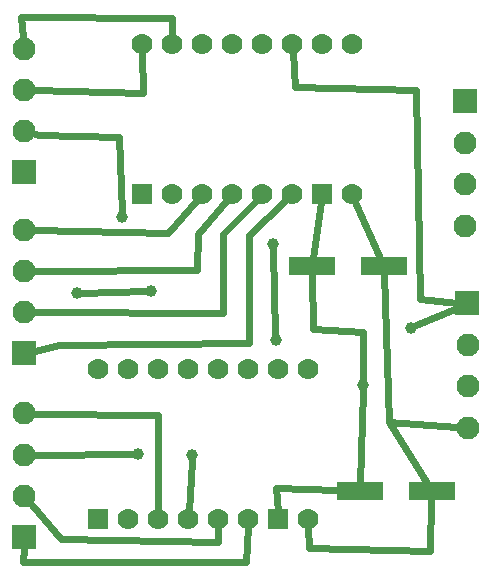
<source format=gbl>
G04 MADE WITH FRITZING*
G04 WWW.FRITZING.ORG*
G04 DOUBLE SIDED*
G04 HOLES PLATED*
G04 CONTOUR ON CENTER OF CONTOUR VECTOR*
%ASAXBY*%
%FSLAX23Y23*%
%MOIN*%
%OFA0B0*%
%SFA1.0B1.0*%
%ADD10C,0.070000*%
%ADD11C,0.076139*%
%ADD12C,0.039370*%
%ADD13R,0.070000X0.070000*%
%ADD14R,0.157480X0.062992*%
%ADD15C,0.024000*%
%ADD16R,0.001000X0.001000*%
%LNCOPPER0*%
G90*
G70*
G54D10*
X1411Y1826D03*
X1411Y1326D03*
X1311Y1826D03*
X1311Y1326D03*
X1211Y1826D03*
X1211Y1326D03*
X1111Y1826D03*
X1111Y1326D03*
X1011Y1826D03*
X1011Y1326D03*
X911Y1826D03*
X911Y1326D03*
X811Y1826D03*
X811Y1326D03*
X711Y1826D03*
X711Y1326D03*
X1265Y744D03*
X1265Y244D03*
X1165Y744D03*
X1165Y244D03*
X1065Y744D03*
X1065Y244D03*
X965Y744D03*
X965Y244D03*
X865Y744D03*
X865Y244D03*
X765Y744D03*
X765Y244D03*
X665Y744D03*
X665Y244D03*
X565Y744D03*
X565Y244D03*
G54D11*
X317Y1399D03*
X317Y1537D03*
X317Y1675D03*
X317Y1812D03*
X317Y1399D03*
X317Y1537D03*
X317Y1675D03*
X317Y1812D03*
X1796Y962D03*
X1796Y824D03*
X1796Y686D03*
X1796Y548D03*
X1796Y962D03*
X1796Y824D03*
X1796Y686D03*
X1796Y548D03*
X1789Y1635D03*
X1789Y1497D03*
X1789Y1359D03*
X1789Y1222D03*
X1789Y1635D03*
X1789Y1497D03*
X1789Y1359D03*
X1789Y1222D03*
X318Y795D03*
X318Y933D03*
X318Y1071D03*
X318Y1208D03*
X318Y795D03*
X318Y933D03*
X318Y1071D03*
X318Y1208D03*
G54D12*
X1446Y691D03*
X877Y457D03*
X696Y459D03*
X1146Y1159D03*
X1156Y842D03*
X645Y1249D03*
X493Y998D03*
X741Y1005D03*
X1607Y881D03*
G54D11*
X319Y182D03*
X319Y320D03*
X319Y458D03*
X319Y596D03*
X319Y182D03*
X319Y320D03*
X319Y458D03*
X319Y596D03*
G54D13*
X711Y1326D03*
X1311Y1326D03*
G54D14*
X1676Y338D03*
X1436Y338D03*
G54D13*
X565Y244D03*
X1165Y244D03*
G54D14*
X1517Y1088D03*
X1276Y1088D03*
G54D15*
X1671Y138D02*
X1266Y146D01*
D02*
X1266Y146D02*
X1265Y218D01*
D02*
X1675Y312D02*
X1671Y138D01*
D02*
X1505Y1114D02*
X1422Y1302D01*
D02*
X1307Y1300D02*
X1280Y1114D01*
D02*
X1158Y346D02*
X1163Y270D01*
D02*
X1362Y340D02*
X1158Y346D01*
D02*
X1535Y566D02*
X1760Y551D01*
D02*
X1660Y364D02*
X1535Y566D01*
D02*
X1535Y566D02*
X1517Y1062D01*
D02*
X1277Y1062D02*
X1280Y877D01*
D02*
X1446Y672D02*
X1436Y364D01*
D02*
X1056Y102D02*
X1063Y218D01*
D02*
X315Y102D02*
X1056Y102D01*
D02*
X317Y146D02*
X315Y102D01*
D02*
X441Y177D02*
X963Y166D01*
D02*
X963Y166D02*
X964Y218D01*
D02*
X343Y292D02*
X441Y177D01*
D02*
X763Y591D02*
X765Y270D01*
D02*
X356Y595D02*
X763Y591D01*
D02*
X435Y824D02*
X1069Y829D01*
D02*
X1069Y1191D02*
X1192Y1308D01*
D02*
X1069Y829D02*
X1069Y1191D01*
D02*
X354Y804D02*
X435Y824D01*
D02*
X896Y1194D02*
X994Y1306D01*
D02*
X894Y1074D02*
X896Y1194D01*
D02*
X355Y1071D02*
X894Y1074D01*
D02*
X799Y1196D02*
X894Y1306D01*
D02*
X355Y1208D02*
X799Y1196D01*
D02*
X980Y932D02*
X982Y1194D01*
D02*
X982Y1194D02*
X1093Y1307D01*
D02*
X355Y933D02*
X980Y932D01*
D02*
X356Y458D02*
X677Y459D01*
D02*
X876Y438D02*
X866Y270D01*
D02*
X1147Y1140D02*
X1155Y861D01*
D02*
X369Y1524D02*
X635Y1518D01*
D02*
X353Y1528D02*
X369Y1524D01*
D02*
X354Y1674D02*
X715Y1665D01*
D02*
X715Y1665D02*
X712Y1800D01*
D02*
X811Y1913D02*
X811Y1852D01*
D02*
X308Y1918D02*
X811Y1913D01*
D02*
X314Y1849D02*
X308Y1918D01*
D02*
X722Y1005D02*
X512Y998D01*
D02*
X1760Y965D02*
X1638Y977D01*
D02*
X1624Y1674D02*
X1221Y1685D01*
D02*
X1762Y947D02*
X1624Y889D01*
D02*
X1446Y868D02*
X1446Y709D01*
D02*
X1280Y877D02*
X1446Y868D01*
D02*
X635Y1518D02*
X645Y1268D01*
D02*
X1221Y1685D02*
X1213Y1800D01*
D02*
X1638Y977D02*
X1624Y1674D01*
G54D16*
X1749Y1676D02*
X1827Y1676D01*
X1749Y1675D02*
X1828Y1675D01*
X1749Y1674D02*
X1828Y1674D01*
X1749Y1673D02*
X1828Y1673D01*
X1749Y1672D02*
X1828Y1672D01*
X1749Y1671D02*
X1828Y1671D01*
X1749Y1670D02*
X1828Y1670D01*
X1749Y1669D02*
X1828Y1669D01*
X1749Y1668D02*
X1828Y1668D01*
X1749Y1667D02*
X1828Y1667D01*
X1749Y1666D02*
X1828Y1666D01*
X1749Y1665D02*
X1828Y1665D01*
X1749Y1664D02*
X1828Y1664D01*
X1749Y1663D02*
X1828Y1663D01*
X1749Y1662D02*
X1828Y1662D01*
X1749Y1661D02*
X1828Y1661D01*
X1749Y1660D02*
X1828Y1660D01*
X1749Y1659D02*
X1782Y1659D01*
X1794Y1659D02*
X1828Y1659D01*
X1749Y1658D02*
X1779Y1658D01*
X1797Y1658D02*
X1828Y1658D01*
X1749Y1657D02*
X1777Y1657D01*
X1799Y1657D02*
X1828Y1657D01*
X1749Y1656D02*
X1775Y1656D01*
X1801Y1656D02*
X1828Y1656D01*
X1749Y1655D02*
X1774Y1655D01*
X1803Y1655D02*
X1828Y1655D01*
X1749Y1654D02*
X1772Y1654D01*
X1804Y1654D02*
X1828Y1654D01*
X1749Y1653D02*
X1771Y1653D01*
X1805Y1653D02*
X1828Y1653D01*
X1749Y1652D02*
X1770Y1652D01*
X1806Y1652D02*
X1828Y1652D01*
X1749Y1651D02*
X1769Y1651D01*
X1807Y1651D02*
X1828Y1651D01*
X1749Y1650D02*
X1769Y1650D01*
X1808Y1650D02*
X1828Y1650D01*
X1749Y1649D02*
X1768Y1649D01*
X1808Y1649D02*
X1828Y1649D01*
X1749Y1648D02*
X1767Y1648D01*
X1809Y1648D02*
X1828Y1648D01*
X1749Y1647D02*
X1767Y1647D01*
X1809Y1647D02*
X1828Y1647D01*
X1749Y1646D02*
X1766Y1646D01*
X1810Y1646D02*
X1828Y1646D01*
X1749Y1645D02*
X1766Y1645D01*
X1810Y1645D02*
X1828Y1645D01*
X1749Y1644D02*
X1765Y1644D01*
X1811Y1644D02*
X1828Y1644D01*
X1749Y1643D02*
X1765Y1643D01*
X1811Y1643D02*
X1828Y1643D01*
X1749Y1642D02*
X1765Y1642D01*
X1811Y1642D02*
X1828Y1642D01*
X1749Y1641D02*
X1764Y1641D01*
X1812Y1641D02*
X1828Y1641D01*
X1749Y1640D02*
X1764Y1640D01*
X1812Y1640D02*
X1828Y1640D01*
X1749Y1639D02*
X1764Y1639D01*
X1812Y1639D02*
X1828Y1639D01*
X1749Y1638D02*
X1764Y1638D01*
X1812Y1638D02*
X1828Y1638D01*
X1749Y1637D02*
X1764Y1637D01*
X1812Y1637D02*
X1828Y1637D01*
X1749Y1636D02*
X1764Y1636D01*
X1812Y1636D02*
X1828Y1636D01*
X1749Y1635D02*
X1764Y1635D01*
X1812Y1635D02*
X1828Y1635D01*
X1749Y1634D02*
X1764Y1634D01*
X1812Y1634D02*
X1828Y1634D01*
X1749Y1633D02*
X1764Y1633D01*
X1812Y1633D02*
X1828Y1633D01*
X1749Y1632D02*
X1764Y1632D01*
X1812Y1632D02*
X1828Y1632D01*
X1749Y1631D02*
X1765Y1631D01*
X1812Y1631D02*
X1828Y1631D01*
X1749Y1630D02*
X1765Y1630D01*
X1811Y1630D02*
X1828Y1630D01*
X1749Y1629D02*
X1765Y1629D01*
X1811Y1629D02*
X1828Y1629D01*
X1749Y1628D02*
X1765Y1628D01*
X1811Y1628D02*
X1828Y1628D01*
X1749Y1627D02*
X1766Y1627D01*
X1810Y1627D02*
X1828Y1627D01*
X1749Y1626D02*
X1766Y1626D01*
X1810Y1626D02*
X1828Y1626D01*
X1749Y1625D02*
X1767Y1625D01*
X1809Y1625D02*
X1828Y1625D01*
X1749Y1624D02*
X1767Y1624D01*
X1809Y1624D02*
X1828Y1624D01*
X1749Y1623D02*
X1768Y1623D01*
X1808Y1623D02*
X1828Y1623D01*
X1749Y1622D02*
X1769Y1622D01*
X1807Y1622D02*
X1828Y1622D01*
X1749Y1621D02*
X1770Y1621D01*
X1807Y1621D02*
X1828Y1621D01*
X1749Y1620D02*
X1770Y1620D01*
X1806Y1620D02*
X1828Y1620D01*
X1749Y1619D02*
X1771Y1619D01*
X1805Y1619D02*
X1828Y1619D01*
X1749Y1618D02*
X1772Y1618D01*
X1804Y1618D02*
X1828Y1618D01*
X1749Y1617D02*
X1774Y1617D01*
X1802Y1617D02*
X1828Y1617D01*
X1749Y1616D02*
X1775Y1616D01*
X1801Y1616D02*
X1828Y1616D01*
X1749Y1615D02*
X1777Y1615D01*
X1799Y1615D02*
X1828Y1615D01*
X1749Y1614D02*
X1779Y1614D01*
X1797Y1614D02*
X1828Y1614D01*
X1749Y1613D02*
X1783Y1613D01*
X1794Y1613D02*
X1828Y1613D01*
X1749Y1612D02*
X1828Y1612D01*
X1749Y1611D02*
X1828Y1611D01*
X1749Y1610D02*
X1828Y1610D01*
X1749Y1609D02*
X1828Y1609D01*
X1749Y1608D02*
X1828Y1608D01*
X1749Y1607D02*
X1828Y1607D01*
X1749Y1606D02*
X1828Y1606D01*
X1749Y1605D02*
X1828Y1605D01*
X1749Y1604D02*
X1828Y1604D01*
X1749Y1603D02*
X1828Y1603D01*
X1749Y1602D02*
X1828Y1602D01*
X1749Y1601D02*
X1828Y1601D01*
X1749Y1600D02*
X1828Y1600D01*
X1749Y1599D02*
X1828Y1599D01*
X1749Y1598D02*
X1828Y1598D01*
X1749Y1597D02*
X1828Y1597D01*
X277Y1440D02*
X356Y1440D01*
X277Y1439D02*
X356Y1439D01*
X277Y1438D02*
X356Y1438D01*
X277Y1437D02*
X356Y1437D01*
X277Y1436D02*
X356Y1436D01*
X277Y1435D02*
X356Y1435D01*
X277Y1434D02*
X356Y1434D01*
X277Y1433D02*
X356Y1433D01*
X277Y1432D02*
X356Y1432D01*
X277Y1431D02*
X356Y1431D01*
X277Y1430D02*
X356Y1430D01*
X277Y1429D02*
X356Y1429D01*
X277Y1428D02*
X356Y1428D01*
X277Y1427D02*
X356Y1427D01*
X277Y1426D02*
X356Y1426D01*
X277Y1425D02*
X356Y1425D01*
X277Y1424D02*
X356Y1424D01*
X277Y1423D02*
X310Y1423D01*
X323Y1423D02*
X356Y1423D01*
X277Y1422D02*
X307Y1422D01*
X326Y1422D02*
X356Y1422D01*
X277Y1421D02*
X305Y1421D01*
X328Y1421D02*
X356Y1421D01*
X277Y1420D02*
X303Y1420D01*
X330Y1420D02*
X356Y1420D01*
X277Y1419D02*
X302Y1419D01*
X331Y1419D02*
X356Y1419D01*
X277Y1418D02*
X301Y1418D01*
X332Y1418D02*
X356Y1418D01*
X277Y1417D02*
X299Y1417D01*
X333Y1417D02*
X356Y1417D01*
X277Y1416D02*
X299Y1416D01*
X334Y1416D02*
X356Y1416D01*
X277Y1415D02*
X298Y1415D01*
X335Y1415D02*
X356Y1415D01*
X277Y1414D02*
X297Y1414D01*
X336Y1414D02*
X356Y1414D01*
X277Y1413D02*
X296Y1413D01*
X337Y1413D02*
X356Y1413D01*
X277Y1412D02*
X296Y1412D01*
X337Y1412D02*
X356Y1412D01*
X277Y1411D02*
X295Y1411D01*
X338Y1411D02*
X356Y1411D01*
X277Y1410D02*
X295Y1410D01*
X338Y1410D02*
X356Y1410D01*
X277Y1409D02*
X294Y1409D01*
X339Y1409D02*
X356Y1409D01*
X277Y1408D02*
X294Y1408D01*
X339Y1408D02*
X356Y1408D01*
X277Y1407D02*
X293Y1407D01*
X339Y1407D02*
X356Y1407D01*
X277Y1406D02*
X293Y1406D01*
X340Y1406D02*
X356Y1406D01*
X277Y1405D02*
X293Y1405D01*
X340Y1405D02*
X356Y1405D01*
X277Y1404D02*
X293Y1404D01*
X340Y1404D02*
X356Y1404D01*
X277Y1403D02*
X293Y1403D01*
X340Y1403D02*
X356Y1403D01*
X277Y1402D02*
X292Y1402D01*
X340Y1402D02*
X356Y1402D01*
X277Y1401D02*
X292Y1401D01*
X341Y1401D02*
X356Y1401D01*
X277Y1400D02*
X292Y1400D01*
X341Y1400D02*
X356Y1400D01*
X277Y1399D02*
X292Y1399D01*
X340Y1399D02*
X356Y1399D01*
X277Y1398D02*
X292Y1398D01*
X340Y1398D02*
X356Y1398D01*
X277Y1397D02*
X293Y1397D01*
X340Y1397D02*
X356Y1397D01*
X277Y1396D02*
X293Y1396D01*
X340Y1396D02*
X356Y1396D01*
X277Y1395D02*
X293Y1395D01*
X340Y1395D02*
X356Y1395D01*
X277Y1394D02*
X293Y1394D01*
X340Y1394D02*
X356Y1394D01*
X277Y1393D02*
X294Y1393D01*
X339Y1393D02*
X356Y1393D01*
X277Y1392D02*
X294Y1392D01*
X339Y1392D02*
X356Y1392D01*
X277Y1391D02*
X294Y1391D01*
X339Y1391D02*
X356Y1391D01*
X277Y1390D02*
X295Y1390D01*
X338Y1390D02*
X356Y1390D01*
X277Y1389D02*
X295Y1389D01*
X338Y1389D02*
X356Y1389D01*
X277Y1388D02*
X296Y1388D01*
X337Y1388D02*
X356Y1388D01*
X277Y1387D02*
X296Y1387D01*
X336Y1387D02*
X356Y1387D01*
X277Y1386D02*
X297Y1386D01*
X336Y1386D02*
X356Y1386D01*
X277Y1385D02*
X298Y1385D01*
X335Y1385D02*
X356Y1385D01*
X277Y1384D02*
X299Y1384D01*
X334Y1384D02*
X356Y1384D01*
X277Y1383D02*
X300Y1383D01*
X333Y1383D02*
X356Y1383D01*
X277Y1382D02*
X301Y1382D01*
X332Y1382D02*
X356Y1382D01*
X277Y1381D02*
X302Y1381D01*
X331Y1381D02*
X356Y1381D01*
X277Y1380D02*
X304Y1380D01*
X329Y1380D02*
X356Y1380D01*
X277Y1379D02*
X306Y1379D01*
X327Y1379D02*
X356Y1379D01*
X277Y1378D02*
X308Y1378D01*
X325Y1378D02*
X356Y1378D01*
X277Y1377D02*
X311Y1377D01*
X321Y1377D02*
X356Y1377D01*
X277Y1376D02*
X356Y1376D01*
X277Y1375D02*
X356Y1375D01*
X277Y1374D02*
X356Y1374D01*
X277Y1373D02*
X356Y1373D01*
X277Y1372D02*
X356Y1372D01*
X277Y1371D02*
X356Y1371D01*
X277Y1370D02*
X356Y1370D01*
X277Y1369D02*
X356Y1369D01*
X277Y1368D02*
X356Y1368D01*
X277Y1367D02*
X356Y1367D01*
X277Y1366D02*
X356Y1366D01*
X277Y1365D02*
X356Y1365D01*
X277Y1364D02*
X356Y1364D01*
X277Y1363D02*
X356Y1363D01*
X277Y1362D02*
X356Y1362D01*
X277Y1361D02*
X356Y1361D01*
X1756Y1002D02*
X1835Y1002D01*
X1756Y1001D02*
X1835Y1001D01*
X1756Y1000D02*
X1835Y1000D01*
X1756Y999D02*
X1835Y999D01*
X1756Y998D02*
X1835Y998D01*
X1756Y997D02*
X1835Y997D01*
X1756Y996D02*
X1835Y996D01*
X1756Y995D02*
X1835Y995D01*
X1756Y994D02*
X1835Y994D01*
X1756Y993D02*
X1835Y993D01*
X1756Y992D02*
X1835Y992D01*
X1756Y991D02*
X1835Y991D01*
X1756Y990D02*
X1835Y990D01*
X1756Y989D02*
X1835Y989D01*
X1756Y988D02*
X1835Y988D01*
X1756Y987D02*
X1835Y987D01*
X1756Y986D02*
X1790Y986D01*
X1800Y986D02*
X1835Y986D01*
X1756Y985D02*
X1787Y985D01*
X1804Y985D02*
X1835Y985D01*
X1756Y984D02*
X1784Y984D01*
X1806Y984D02*
X1835Y984D01*
X1756Y983D02*
X1783Y983D01*
X1808Y983D02*
X1835Y983D01*
X1756Y982D02*
X1781Y982D01*
X1809Y982D02*
X1835Y982D01*
X1756Y981D02*
X1780Y981D01*
X1811Y981D02*
X1835Y981D01*
X1756Y980D02*
X1779Y980D01*
X1812Y980D02*
X1835Y980D01*
X1756Y979D02*
X1778Y979D01*
X1813Y979D02*
X1835Y979D01*
X1756Y978D02*
X1777Y978D01*
X1814Y978D02*
X1835Y978D01*
X1756Y977D02*
X1776Y977D01*
X1815Y977D02*
X1835Y977D01*
X1756Y976D02*
X1775Y976D01*
X1815Y976D02*
X1835Y976D01*
X1756Y975D02*
X1775Y975D01*
X1816Y975D02*
X1835Y975D01*
X1756Y974D02*
X1774Y974D01*
X1816Y974D02*
X1835Y974D01*
X1756Y973D02*
X1773Y973D01*
X1817Y973D02*
X1835Y973D01*
X1756Y972D02*
X1773Y972D01*
X1817Y972D02*
X1835Y972D01*
X1756Y971D02*
X1773Y971D01*
X1818Y971D02*
X1835Y971D01*
X1756Y970D02*
X1772Y970D01*
X1818Y970D02*
X1835Y970D01*
X1756Y969D02*
X1772Y969D01*
X1818Y969D02*
X1835Y969D01*
X1756Y968D02*
X1772Y968D01*
X1819Y968D02*
X1835Y968D01*
X1756Y967D02*
X1772Y967D01*
X1819Y967D02*
X1835Y967D01*
X1756Y966D02*
X1771Y966D01*
X1819Y966D02*
X1835Y966D01*
X1756Y965D02*
X1771Y965D01*
X1819Y965D02*
X1835Y965D01*
X1756Y964D02*
X1771Y964D01*
X1819Y964D02*
X1835Y964D01*
X1756Y963D02*
X1771Y963D01*
X1819Y963D02*
X1835Y963D01*
X1756Y962D02*
X1771Y962D01*
X1819Y962D02*
X1835Y962D01*
X1756Y961D02*
X1771Y961D01*
X1819Y961D02*
X1835Y961D01*
X1756Y960D02*
X1771Y960D01*
X1819Y960D02*
X1835Y960D01*
X1756Y959D02*
X1771Y959D01*
X1819Y959D02*
X1835Y959D01*
X1756Y958D02*
X1772Y958D01*
X1819Y958D02*
X1835Y958D01*
X1756Y957D02*
X1772Y957D01*
X1819Y957D02*
X1835Y957D01*
X1756Y956D02*
X1772Y956D01*
X1818Y956D02*
X1835Y956D01*
X1756Y955D02*
X1773Y955D01*
X1818Y955D02*
X1835Y955D01*
X1756Y954D02*
X1773Y954D01*
X1818Y954D02*
X1835Y954D01*
X1756Y953D02*
X1773Y953D01*
X1817Y953D02*
X1835Y953D01*
X1756Y952D02*
X1774Y952D01*
X1817Y952D02*
X1835Y952D01*
X1756Y951D02*
X1774Y951D01*
X1816Y951D02*
X1835Y951D01*
X1756Y950D02*
X1775Y950D01*
X1815Y950D02*
X1835Y950D01*
X1756Y949D02*
X1776Y949D01*
X1815Y949D02*
X1835Y949D01*
X1756Y948D02*
X1777Y948D01*
X1814Y948D02*
X1835Y948D01*
X1756Y947D02*
X1777Y947D01*
X1813Y947D02*
X1835Y947D01*
X1756Y946D02*
X1778Y946D01*
X1812Y946D02*
X1835Y946D01*
X1756Y945D02*
X1779Y945D01*
X1811Y945D02*
X1835Y945D01*
X1756Y944D02*
X1781Y944D01*
X1810Y944D02*
X1835Y944D01*
X1756Y943D02*
X1782Y943D01*
X1808Y943D02*
X1835Y943D01*
X1756Y942D02*
X1784Y942D01*
X1807Y942D02*
X1835Y942D01*
X1756Y941D02*
X1786Y941D01*
X1805Y941D02*
X1835Y941D01*
X1756Y940D02*
X1789Y940D01*
X1801Y940D02*
X1835Y940D01*
X1756Y939D02*
X1835Y939D01*
X1756Y938D02*
X1835Y938D01*
X1756Y937D02*
X1835Y937D01*
X1756Y936D02*
X1835Y936D01*
X1756Y935D02*
X1835Y935D01*
X1756Y934D02*
X1835Y934D01*
X1756Y933D02*
X1835Y933D01*
X1756Y932D02*
X1835Y932D01*
X1756Y931D02*
X1835Y931D01*
X1756Y930D02*
X1835Y930D01*
X1756Y929D02*
X1835Y929D01*
X1756Y928D02*
X1835Y928D01*
X1756Y927D02*
X1835Y927D01*
X1756Y926D02*
X1835Y926D01*
X1756Y925D02*
X1835Y925D01*
X1756Y924D02*
X1835Y924D01*
X1756Y923D02*
X1834Y923D01*
X278Y836D02*
X357Y836D01*
X278Y835D02*
X357Y835D01*
X278Y834D02*
X357Y834D01*
X278Y833D02*
X357Y833D01*
X278Y832D02*
X357Y832D01*
X278Y831D02*
X357Y831D01*
X278Y830D02*
X357Y830D01*
X278Y829D02*
X357Y829D01*
X278Y828D02*
X357Y828D01*
X278Y827D02*
X357Y827D01*
X278Y826D02*
X357Y826D01*
X278Y825D02*
X357Y825D01*
X278Y824D02*
X357Y824D01*
X278Y823D02*
X357Y823D01*
X278Y822D02*
X357Y822D01*
X278Y821D02*
X357Y821D01*
X278Y820D02*
X357Y820D01*
X278Y819D02*
X311Y819D01*
X325Y819D02*
X357Y819D01*
X278Y818D02*
X308Y818D01*
X328Y818D02*
X357Y818D01*
X278Y817D02*
X306Y817D01*
X329Y817D02*
X357Y817D01*
X278Y816D02*
X304Y816D01*
X331Y816D02*
X357Y816D01*
X278Y815D02*
X303Y815D01*
X332Y815D02*
X357Y815D01*
X278Y814D02*
X301Y814D01*
X334Y814D02*
X357Y814D01*
X278Y813D02*
X300Y813D01*
X335Y813D02*
X357Y813D01*
X278Y812D02*
X299Y812D01*
X336Y812D02*
X357Y812D01*
X278Y811D02*
X299Y811D01*
X336Y811D02*
X357Y811D01*
X278Y810D02*
X298Y810D01*
X337Y810D02*
X357Y810D01*
X278Y809D02*
X297Y809D01*
X338Y809D02*
X357Y809D01*
X278Y808D02*
X297Y808D01*
X339Y808D02*
X357Y808D01*
X278Y807D02*
X296Y807D01*
X339Y807D02*
X357Y807D01*
X278Y806D02*
X296Y806D01*
X340Y806D02*
X357Y806D01*
X278Y805D02*
X295Y805D01*
X340Y805D02*
X357Y805D01*
X278Y804D02*
X295Y804D01*
X340Y804D02*
X357Y804D01*
X278Y803D02*
X295Y803D01*
X341Y803D02*
X357Y803D01*
X278Y802D02*
X294Y802D01*
X341Y802D02*
X357Y802D01*
X278Y801D02*
X294Y801D01*
X341Y801D02*
X357Y801D01*
X278Y800D02*
X294Y800D01*
X341Y800D02*
X357Y800D01*
X278Y799D02*
X294Y799D01*
X342Y799D02*
X357Y799D01*
X278Y798D02*
X294Y798D01*
X342Y798D02*
X357Y798D01*
X278Y797D02*
X293Y797D01*
X342Y797D02*
X357Y797D01*
X278Y796D02*
X293Y796D01*
X342Y796D02*
X357Y796D01*
X278Y795D02*
X294Y795D01*
X342Y795D02*
X357Y795D01*
X278Y794D02*
X294Y794D01*
X342Y794D02*
X357Y794D01*
X278Y793D02*
X294Y793D01*
X341Y793D02*
X357Y793D01*
X278Y792D02*
X294Y792D01*
X341Y792D02*
X357Y792D01*
X278Y791D02*
X294Y791D01*
X341Y791D02*
X357Y791D01*
X278Y790D02*
X294Y790D01*
X341Y790D02*
X357Y790D01*
X278Y789D02*
X295Y789D01*
X340Y789D02*
X357Y789D01*
X278Y788D02*
X295Y788D01*
X340Y788D02*
X357Y788D01*
X278Y787D02*
X295Y787D01*
X340Y787D02*
X357Y787D01*
X278Y786D02*
X296Y786D01*
X339Y786D02*
X357Y786D01*
X278Y785D02*
X297Y785D01*
X339Y785D02*
X357Y785D01*
X278Y784D02*
X297Y784D01*
X338Y784D02*
X357Y784D01*
X278Y783D02*
X298Y783D01*
X337Y783D02*
X357Y783D01*
X278Y782D02*
X298Y782D01*
X337Y782D02*
X357Y782D01*
X278Y781D02*
X299Y781D01*
X336Y781D02*
X357Y781D01*
X278Y780D02*
X300Y780D01*
X335Y780D02*
X357Y780D01*
X278Y779D02*
X301Y779D01*
X334Y779D02*
X357Y779D01*
X278Y778D02*
X302Y778D01*
X333Y778D02*
X357Y778D01*
X278Y777D02*
X304Y777D01*
X331Y777D02*
X357Y777D01*
X278Y776D02*
X305Y776D01*
X330Y776D02*
X357Y776D01*
X278Y775D02*
X307Y775D01*
X328Y775D02*
X357Y775D01*
X278Y774D02*
X310Y774D01*
X325Y774D02*
X357Y774D01*
X278Y773D02*
X314Y773D01*
X321Y773D02*
X357Y773D01*
X278Y772D02*
X357Y772D01*
X278Y771D02*
X357Y771D01*
X278Y770D02*
X357Y770D01*
X278Y769D02*
X357Y769D01*
X278Y768D02*
X357Y768D01*
X278Y767D02*
X357Y767D01*
X278Y766D02*
X357Y766D01*
X278Y765D02*
X357Y765D01*
X278Y764D02*
X357Y764D01*
X278Y763D02*
X357Y763D01*
X278Y762D02*
X357Y762D01*
X278Y761D02*
X357Y761D01*
X278Y760D02*
X357Y760D01*
X278Y759D02*
X357Y759D01*
X278Y758D02*
X357Y758D01*
X278Y757D02*
X357Y757D01*
X279Y223D02*
X358Y223D01*
X279Y222D02*
X358Y222D01*
X279Y221D02*
X358Y221D01*
X279Y220D02*
X358Y220D01*
X279Y219D02*
X358Y219D01*
X279Y218D02*
X358Y218D01*
X279Y217D02*
X358Y217D01*
X279Y216D02*
X358Y216D01*
X279Y215D02*
X358Y215D01*
X279Y214D02*
X358Y214D01*
X279Y213D02*
X358Y213D01*
X279Y212D02*
X358Y212D01*
X279Y211D02*
X358Y211D01*
X279Y210D02*
X358Y210D01*
X279Y209D02*
X358Y209D01*
X279Y208D02*
X358Y208D01*
X279Y207D02*
X313Y207D01*
X323Y207D02*
X358Y207D01*
X279Y206D02*
X310Y206D01*
X327Y206D02*
X358Y206D01*
X279Y205D02*
X308Y205D01*
X329Y205D02*
X358Y205D01*
X279Y204D02*
X306Y204D01*
X331Y204D02*
X358Y204D01*
X279Y203D02*
X304Y203D01*
X332Y203D02*
X358Y203D01*
X279Y202D02*
X303Y202D01*
X334Y202D02*
X358Y202D01*
X279Y201D02*
X302Y201D01*
X335Y201D02*
X358Y201D01*
X279Y200D02*
X301Y200D01*
X336Y200D02*
X358Y200D01*
X279Y199D02*
X300Y199D01*
X337Y199D02*
X358Y199D01*
X279Y198D02*
X299Y198D01*
X338Y198D02*
X358Y198D01*
X279Y197D02*
X298Y197D01*
X338Y197D02*
X358Y197D01*
X279Y196D02*
X298Y196D01*
X339Y196D02*
X358Y196D01*
X279Y195D02*
X297Y195D01*
X339Y195D02*
X358Y195D01*
X279Y194D02*
X297Y194D01*
X340Y194D02*
X358Y194D01*
X279Y193D02*
X296Y193D01*
X341Y193D02*
X358Y193D01*
X279Y192D02*
X296Y192D01*
X341Y192D02*
X358Y192D01*
X279Y191D02*
X295Y191D01*
X341Y191D02*
X358Y191D01*
X279Y190D02*
X295Y190D01*
X341Y190D02*
X358Y190D01*
X279Y189D02*
X295Y189D01*
X342Y189D02*
X358Y189D01*
X279Y188D02*
X295Y188D01*
X342Y188D02*
X358Y188D01*
X279Y187D02*
X294Y187D01*
X342Y187D02*
X358Y187D01*
X279Y186D02*
X294Y186D01*
X342Y186D02*
X358Y186D01*
X279Y185D02*
X294Y185D01*
X342Y185D02*
X358Y185D01*
X279Y184D02*
X294Y184D01*
X342Y184D02*
X358Y184D01*
X279Y183D02*
X294Y183D01*
X342Y183D02*
X358Y183D01*
X279Y182D02*
X294Y182D01*
X342Y182D02*
X358Y182D01*
X279Y181D02*
X294Y181D01*
X342Y181D02*
X358Y181D01*
X279Y180D02*
X295Y180D01*
X342Y180D02*
X358Y180D01*
X279Y179D02*
X295Y179D01*
X342Y179D02*
X358Y179D01*
X279Y178D02*
X295Y178D01*
X342Y178D02*
X358Y178D01*
X279Y177D02*
X295Y177D01*
X341Y177D02*
X358Y177D01*
X279Y176D02*
X296Y176D01*
X341Y176D02*
X358Y176D01*
X279Y175D02*
X296Y175D01*
X341Y175D02*
X358Y175D01*
X279Y174D02*
X296Y174D01*
X340Y174D02*
X358Y174D01*
X279Y173D02*
X297Y173D01*
X340Y173D02*
X358Y173D01*
X279Y172D02*
X297Y172D01*
X339Y172D02*
X358Y172D01*
X279Y171D02*
X298Y171D01*
X339Y171D02*
X358Y171D01*
X279Y170D02*
X299Y170D01*
X338Y170D02*
X358Y170D01*
X279Y169D02*
X300Y169D01*
X337Y169D02*
X358Y169D01*
X279Y168D02*
X300Y168D01*
X336Y168D02*
X358Y168D01*
X279Y167D02*
X301Y167D01*
X335Y167D02*
X358Y167D01*
X279Y166D02*
X302Y166D01*
X334Y166D02*
X358Y166D01*
X279Y165D02*
X304Y165D01*
X333Y165D02*
X358Y165D01*
X279Y164D02*
X305Y164D01*
X332Y164D02*
X358Y164D01*
X279Y163D02*
X307Y163D01*
X330Y163D02*
X358Y163D01*
X279Y162D02*
X309Y162D01*
X328Y162D02*
X358Y162D01*
X279Y161D02*
X312Y161D01*
X325Y161D02*
X358Y161D01*
X279Y160D02*
X358Y160D01*
X279Y159D02*
X358Y159D01*
X279Y158D02*
X358Y158D01*
X279Y157D02*
X358Y157D01*
X279Y156D02*
X358Y156D01*
X279Y155D02*
X358Y155D01*
X279Y154D02*
X358Y154D01*
X279Y153D02*
X358Y153D01*
X279Y152D02*
X358Y152D01*
X279Y151D02*
X358Y151D01*
X279Y150D02*
X358Y150D01*
X279Y149D02*
X358Y149D01*
X279Y148D02*
X358Y148D01*
X279Y147D02*
X358Y147D01*
X279Y146D02*
X358Y146D01*
X279Y145D02*
X358Y145D01*
X279Y144D02*
X358Y144D01*
D02*
G04 End of Copper0*
M02*
</source>
